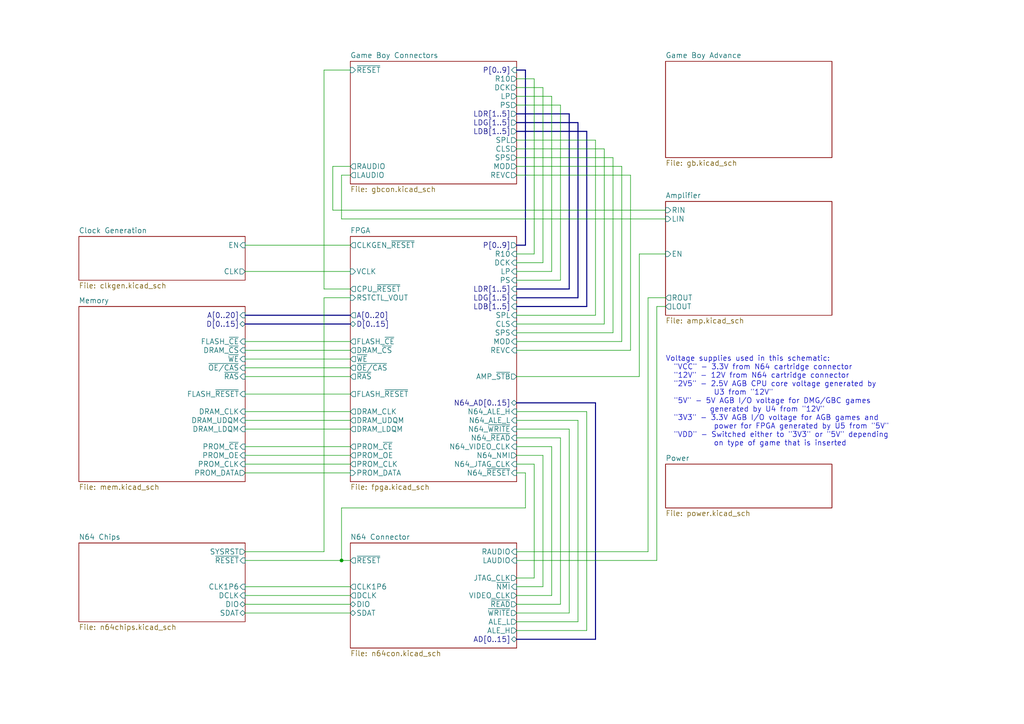
<source format=kicad_sch>
(kicad_sch
	(version 20231120)
	(generator "eeschema")
	(generator_version "8.0")
	(uuid "80794ddc-f379-47ea-813b-e0f722e31531")
	(paper "A4")
	(title_block
		(title "Wide-Boy64 AGB")
		(date "2024-09-22")
		(rev "3")
		(company "CC-BY-SA-4.0 Michael Singer")
		(comment 1 "https://github.com/msinger/wideboy/")
		(comment 2 "http://iceboy.a-singer.de/")
	)
	(lib_symbols)
	(junction
		(at 99.06 162.56)
		(diameter 0)
		(color 0 0 0 0)
		(uuid "8bfc44cb-1a91-47a6-b999-ae0bac6e1f73")
	)
	(wire
		(pts
			(xy 180.34 48.26) (xy 180.34 99.06)
		)
		(stroke
			(width 0)
			(type default)
		)
		(uuid "003a50c4-0c6e-48be-b6a8-8d1c6228eb47")
	)
	(bus
		(pts
			(xy 149.86 185.42) (xy 172.72 185.42)
		)
		(stroke
			(width 0)
			(type default)
		)
		(uuid "02c96fe2-a3c3-4eea-bcce-8c8b26a6f291")
	)
	(wire
		(pts
			(xy 157.48 76.2) (xy 149.86 76.2)
		)
		(stroke
			(width 0)
			(type default)
		)
		(uuid "04f5289c-4e82-4f64-a70c-7869c2b31ea7")
	)
	(bus
		(pts
			(xy 167.64 35.56) (xy 167.64 86.36)
		)
		(stroke
			(width 0)
			(type default)
		)
		(uuid "0625a104-6993-487b-99f9-db3cd1c91c5e")
	)
	(wire
		(pts
			(xy 149.86 22.86) (xy 154.94 22.86)
		)
		(stroke
			(width 0)
			(type default)
		)
		(uuid "0f818953-5494-489b-9f1f-6747bb73a275")
	)
	(wire
		(pts
			(xy 157.48 170.18) (xy 157.48 132.08)
		)
		(stroke
			(width 0)
			(type default)
		)
		(uuid "0fa8c3dc-c039-4f5a-92c4-8bc595bb5eda")
	)
	(bus
		(pts
			(xy 149.86 35.56) (xy 167.64 35.56)
		)
		(stroke
			(width 0)
			(type default)
		)
		(uuid "11356acb-237d-49d6-a668-84a18278a855")
	)
	(wire
		(pts
			(xy 160.02 172.72) (xy 149.86 172.72)
		)
		(stroke
			(width 0)
			(type default)
		)
		(uuid "13015894-e72f-4876-b9d4-32f97449372e")
	)
	(wire
		(pts
			(xy 187.96 86.36) (xy 193.04 86.36)
		)
		(stroke
			(width 0)
			(type default)
		)
		(uuid "16d3165e-6db1-498a-9cfc-d3bcbd5092e4")
	)
	(wire
		(pts
			(xy 71.12 124.46) (xy 101.6 124.46)
		)
		(stroke
			(width 0)
			(type default)
		)
		(uuid "1beda051-59fe-4503-bab8-025f0a15c35a")
	)
	(wire
		(pts
			(xy 101.6 162.56) (xy 99.06 162.56)
		)
		(stroke
			(width 0)
			(type default)
		)
		(uuid "1caec25f-fb88-404b-bfd6-cb46b3f81a8f")
	)
	(wire
		(pts
			(xy 96.52 48.26) (xy 96.52 60.96)
		)
		(stroke
			(width 0)
			(type default)
		)
		(uuid "1dd65ee9-086f-42bc-be70-36b2297b0473")
	)
	(bus
		(pts
			(xy 172.72 116.84) (xy 149.86 116.84)
		)
		(stroke
			(width 0)
			(type default)
		)
		(uuid "2088bd93-8047-43a0-a27d-1b3b667c360b")
	)
	(wire
		(pts
			(xy 167.64 180.34) (xy 167.64 121.92)
		)
		(stroke
			(width 0)
			(type default)
		)
		(uuid "210a61b7-c1b6-4e3d-b314-de5c908b93b0")
	)
	(wire
		(pts
			(xy 172.72 40.64) (xy 172.72 91.44)
		)
		(stroke
			(width 0)
			(type default)
		)
		(uuid "2393105d-9ab4-468e-b43d-931a03dc99de")
	)
	(wire
		(pts
			(xy 149.86 180.34) (xy 167.64 180.34)
		)
		(stroke
			(width 0)
			(type default)
		)
		(uuid "24187b28-5687-47c3-ab91-ba90e7869127")
	)
	(wire
		(pts
			(xy 160.02 129.54) (xy 160.02 172.72)
		)
		(stroke
			(width 0)
			(type default)
		)
		(uuid "27696a7c-3ab7-4cbd-a6db-f637c689564e")
	)
	(wire
		(pts
			(xy 71.12 78.74) (xy 101.6 78.74)
		)
		(stroke
			(width 0)
			(type default)
		)
		(uuid "2a9ba6a4-af84-40f9-a1c2-42c905b93376")
	)
	(wire
		(pts
			(xy 101.6 177.8) (xy 71.12 177.8)
		)
		(stroke
			(width 0)
			(type default)
		)
		(uuid "2bc3c8ec-2abd-4c25-979d-8ccb41ce9dc5")
	)
	(wire
		(pts
			(xy 71.12 170.18) (xy 101.6 170.18)
		)
		(stroke
			(width 0)
			(type default)
		)
		(uuid "2c6c3288-99bf-429e-91b2-59d1a9a8b920")
	)
	(wire
		(pts
			(xy 152.4 137.16) (xy 152.4 147.32)
		)
		(stroke
			(width 0)
			(type default)
		)
		(uuid "2e1a7dfd-b5f8-4203-94f5-e235571f2397")
	)
	(wire
		(pts
			(xy 99.06 147.32) (xy 99.06 162.56)
		)
		(stroke
			(width 0)
			(type default)
		)
		(uuid "2ff5a6fb-65c3-48f5-a680-c00a5471c695")
	)
	(wire
		(pts
			(xy 149.86 50.8) (xy 182.88 50.8)
		)
		(stroke
			(width 0)
			(type default)
		)
		(uuid "302530ce-684b-462b-8c0a-e2cc13bfda02")
	)
	(wire
		(pts
			(xy 93.98 86.36) (xy 101.6 86.36)
		)
		(stroke
			(width 0)
			(type default)
		)
		(uuid "3382da78-5022-4bb2-b490-006c0dfe73f3")
	)
	(wire
		(pts
			(xy 93.98 160.02) (xy 93.98 86.36)
		)
		(stroke
			(width 0)
			(type default)
		)
		(uuid "38883d80-3e7a-4e6f-a2e2-27fb11278dd9")
	)
	(bus
		(pts
			(xy 167.64 86.36) (xy 149.86 86.36)
		)
		(stroke
			(width 0)
			(type default)
		)
		(uuid "392a7b5e-33fd-42fb-96ee-0beaf083312f")
	)
	(wire
		(pts
			(xy 149.86 129.54) (xy 160.02 129.54)
		)
		(stroke
			(width 0)
			(type default)
		)
		(uuid "3b4caa21-8dba-454f-a650-a399c0fb5349")
	)
	(wire
		(pts
			(xy 185.42 109.22) (xy 185.42 73.66)
		)
		(stroke
			(width 0)
			(type default)
		)
		(uuid "3c8e72e9-10d0-4c18-9434-f8d40e9e5ede")
	)
	(wire
		(pts
			(xy 162.56 81.28) (xy 149.86 81.28)
		)
		(stroke
			(width 0)
			(type default)
		)
		(uuid "3cfb6fcc-06c9-470f-8e25-25cf3d2c09b9")
	)
	(wire
		(pts
			(xy 101.6 71.12) (xy 71.12 71.12)
		)
		(stroke
			(width 0)
			(type default)
		)
		(uuid "3f0fd3e9-18d1-414d-8ca4-6bd263a497fb")
	)
	(wire
		(pts
			(xy 101.6 129.54) (xy 71.12 129.54)
		)
		(stroke
			(width 0)
			(type default)
		)
		(uuid "41b17647-6000-4a59-8d6c-dea37e646f05")
	)
	(wire
		(pts
			(xy 149.86 45.72) (xy 177.8 45.72)
		)
		(stroke
			(width 0)
			(type default)
		)
		(uuid "4777a87d-e214-41ab-99f8-4e19e2479318")
	)
	(wire
		(pts
			(xy 165.1 124.46) (xy 165.1 177.8)
		)
		(stroke
			(width 0)
			(type default)
		)
		(uuid "47ffdeff-2980-4fe1-bb0c-22ded33e4468")
	)
	(wire
		(pts
			(xy 170.18 119.38) (xy 170.18 182.88)
		)
		(stroke
			(width 0)
			(type default)
		)
		(uuid "4833808e-a3ca-4302-aac6-359cd419567d")
	)
	(wire
		(pts
			(xy 177.8 96.52) (xy 149.86 96.52)
		)
		(stroke
			(width 0)
			(type default)
		)
		(uuid "48b1280d-e24a-4d45-805e-93c79d378023")
	)
	(wire
		(pts
			(xy 149.86 134.62) (xy 154.94 134.62)
		)
		(stroke
			(width 0)
			(type default)
		)
		(uuid "4953b8f9-507b-4fe1-a208-81bb89ab64cb")
	)
	(wire
		(pts
			(xy 149.86 137.16) (xy 152.4 137.16)
		)
		(stroke
			(width 0)
			(type default)
		)
		(uuid "4a6bec6d-cee7-40e3-b2a5-dc70b232c8a6")
	)
	(wire
		(pts
			(xy 101.6 172.72) (xy 71.12 172.72)
		)
		(stroke
			(width 0)
			(type default)
		)
		(uuid "4ac294dd-0213-4961-9418-4fa571139edc")
	)
	(wire
		(pts
			(xy 149.86 124.46) (xy 165.1 124.46)
		)
		(stroke
			(width 0)
			(type default)
		)
		(uuid "4dffc47b-8105-4f3e-a3ac-f2c5373a339b")
	)
	(bus
		(pts
			(xy 152.4 20.32) (xy 152.4 71.12)
		)
		(stroke
			(width 0)
			(type default)
		)
		(uuid "4f4544a9-1aa3-48d2-80a0-091ec1be2cc4")
	)
	(wire
		(pts
			(xy 157.48 25.4) (xy 157.48 76.2)
		)
		(stroke
			(width 0)
			(type default)
		)
		(uuid "5280c6cd-112f-4055-9008-7749df1bcd2c")
	)
	(wire
		(pts
			(xy 96.52 60.96) (xy 193.04 60.96)
		)
		(stroke
			(width 0)
			(type default)
		)
		(uuid "5384e6a8-100e-479c-b296-c883a56ad593")
	)
	(wire
		(pts
			(xy 149.86 43.18) (xy 175.26 43.18)
		)
		(stroke
			(width 0)
			(type default)
		)
		(uuid "5573d0aa-2393-412e-a08a-0c7b25b39ac1")
	)
	(wire
		(pts
			(xy 149.86 170.18) (xy 157.48 170.18)
		)
		(stroke
			(width 0)
			(type default)
		)
		(uuid "58d3fcef-6e49-45e0-924f-f70aef9d4702")
	)
	(wire
		(pts
			(xy 187.96 160.02) (xy 187.96 86.36)
		)
		(stroke
			(width 0)
			(type default)
		)
		(uuid "5cdb438b-8340-4b2c-9c2e-70e3323b2408")
	)
	(wire
		(pts
			(xy 101.6 114.3) (xy 71.12 114.3)
		)
		(stroke
			(width 0)
			(type default)
		)
		(uuid "5ff42c9e-d0d9-4606-8d65-620e70a571c0")
	)
	(wire
		(pts
			(xy 71.12 132.08) (xy 101.6 132.08)
		)
		(stroke
			(width 0)
			(type default)
		)
		(uuid "60d2957b-92d0-4bae-8303-3ed67ef6fb21")
	)
	(wire
		(pts
			(xy 157.48 132.08) (xy 149.86 132.08)
		)
		(stroke
			(width 0)
			(type default)
		)
		(uuid "62841f54-8b43-470b-8960-9d1cf338b5cc")
	)
	(wire
		(pts
			(xy 99.06 50.8) (xy 99.06 63.5)
		)
		(stroke
			(width 0)
			(type default)
		)
		(uuid "630c4504-9d81-435b-8046-0ba7f876eaac")
	)
	(wire
		(pts
			(xy 101.6 20.32) (xy 93.98 20.32)
		)
		(stroke
			(width 0)
			(type default)
		)
		(uuid "642aded1-f44b-48fa-ac3c-f140feab6461")
	)
	(wire
		(pts
			(xy 175.26 43.18) (xy 175.26 93.98)
		)
		(stroke
			(width 0)
			(type default)
		)
		(uuid "65c071ea-bcba-462b-80dc-91ffe9adb854")
	)
	(wire
		(pts
			(xy 149.86 119.38) (xy 170.18 119.38)
		)
		(stroke
			(width 0)
			(type default)
		)
		(uuid "67fdcf82-4b73-482c-80f3-b615429c8bcd")
	)
	(wire
		(pts
			(xy 149.86 27.94) (xy 160.02 27.94)
		)
		(stroke
			(width 0)
			(type default)
		)
		(uuid "69add920-fa70-4026-b534-e92671813e33")
	)
	(bus
		(pts
			(xy 170.18 88.9) (xy 149.86 88.9)
		)
		(stroke
			(width 0)
			(type default)
		)
		(uuid "6cbbba99-61fc-4fb2-a7cd-2bcbf8dc6101")
	)
	(wire
		(pts
			(xy 154.94 134.62) (xy 154.94 167.64)
		)
		(stroke
			(width 0)
			(type default)
		)
		(uuid "6f000758-0c5e-40da-bafc-afa7b1682115")
	)
	(wire
		(pts
			(xy 71.12 160.02) (xy 93.98 160.02)
		)
		(stroke
			(width 0)
			(type default)
		)
		(uuid "7242b2f8-a925-41e0-acb3-59a9fda5a863")
	)
	(bus
		(pts
			(xy 149.86 20.32) (xy 152.4 20.32)
		)
		(stroke
			(width 0)
			(type default)
		)
		(uuid "76a3448e-23be-4ded-a673-303f670171c2")
	)
	(wire
		(pts
			(xy 162.56 127) (xy 149.86 127)
		)
		(stroke
			(width 0)
			(type default)
		)
		(uuid "76cf56a3-b846-4af6-8659-fe79af589150")
	)
	(bus
		(pts
			(xy 172.72 185.42) (xy 172.72 116.84)
		)
		(stroke
			(width 0)
			(type default)
		)
		(uuid "7873062c-8f88-49a0-8b40-93b7824179de")
	)
	(wire
		(pts
			(xy 99.06 162.56) (xy 71.12 162.56)
		)
		(stroke
			(width 0)
			(type default)
		)
		(uuid "7bfb496e-2b2d-4315-aadd-a55ba9f3c545")
	)
	(wire
		(pts
			(xy 101.6 121.92) (xy 71.12 121.92)
		)
		(stroke
			(width 0)
			(type default)
		)
		(uuid "819d0b8c-0323-4495-991b-57343c190839")
	)
	(wire
		(pts
			(xy 160.02 78.74) (xy 149.86 78.74)
		)
		(stroke
			(width 0)
			(type default)
		)
		(uuid "83c7e1ab-48ae-4ff8-b52f-dd36b96b8394")
	)
	(wire
		(pts
			(xy 160.02 27.94) (xy 160.02 78.74)
		)
		(stroke
			(width 0)
			(type default)
		)
		(uuid "8adab8df-85c1-4d28-b4ed-8d6eb0359393")
	)
	(wire
		(pts
			(xy 149.86 109.22) (xy 185.42 109.22)
		)
		(stroke
			(width 0)
			(type default)
		)
		(uuid "913edca9-88b5-495b-9326-6949b73b53fe")
	)
	(wire
		(pts
			(xy 149.86 160.02) (xy 187.96 160.02)
		)
		(stroke
			(width 0)
			(type default)
		)
		(uuid "918fee85-3a5e-4045-8d48-1ebcde4c6d5b")
	)
	(wire
		(pts
			(xy 101.6 50.8) (xy 99.06 50.8)
		)
		(stroke
			(width 0)
			(type default)
		)
		(uuid "919860e1-f585-449b-add7-14692f8757a3")
	)
	(bus
		(pts
			(xy 165.1 83.82) (xy 149.86 83.82)
		)
		(stroke
			(width 0)
			(type default)
		)
		(uuid "92e24115-0646-44b9-9df8-6bb052c929ea")
	)
	(wire
		(pts
			(xy 193.04 88.9) (xy 190.5 88.9)
		)
		(stroke
			(width 0)
			(type default)
		)
		(uuid "9af6b326-c403-4777-8068-d430810e3add")
	)
	(wire
		(pts
			(xy 101.6 106.68) (xy 71.12 106.68)
		)
		(stroke
			(width 0)
			(type default)
		)
		(uuid "a286a64b-37a8-4392-ad77-f9fdcdd128c0")
	)
	(wire
		(pts
			(xy 185.42 73.66) (xy 193.04 73.66)
		)
		(stroke
			(width 0)
			(type default)
		)
		(uuid "a301d073-97a7-431c-a94a-ddf36febcd57")
	)
	(wire
		(pts
			(xy 93.98 20.32) (xy 93.98 83.82)
		)
		(stroke
			(width 0)
			(type default)
		)
		(uuid "a4317f01-cf2e-4a5b-ba22-20d14ac1e6c6")
	)
	(wire
		(pts
			(xy 101.6 134.62) (xy 71.12 134.62)
		)
		(stroke
			(width 0)
			(type default)
		)
		(uuid "a99b96fd-1753-4ce8-9cb8-99d203c0c55c")
	)
	(bus
		(pts
			(xy 101.6 91.44) (xy 71.12 91.44)
		)
		(stroke
			(width 0)
			(type default)
		)
		(uuid "b17e57f5-9546-4871-b45b-4dbc8c4541b6")
	)
	(wire
		(pts
			(xy 71.12 99.06) (xy 101.6 99.06)
		)
		(stroke
			(width 0)
			(type default)
		)
		(uuid "b4c6c8af-9221-448a-9727-08d41255e41b")
	)
	(wire
		(pts
			(xy 175.26 93.98) (xy 149.86 93.98)
		)
		(stroke
			(width 0)
			(type default)
		)
		(uuid "b51c4a36-2498-4b2c-9792-4cf77000bf84")
	)
	(wire
		(pts
			(xy 154.94 22.86) (xy 154.94 73.66)
		)
		(stroke
			(width 0)
			(type default)
		)
		(uuid "b80e35dd-7f03-4299-b748-9a0cfbfa3948")
	)
	(wire
		(pts
			(xy 71.12 104.14) (xy 101.6 104.14)
		)
		(stroke
			(width 0)
			(type default)
		)
		(uuid "ba7ecaa1-7ac4-42ad-9aac-6fa41aadccd5")
	)
	(wire
		(pts
			(xy 101.6 101.6) (xy 71.12 101.6)
		)
		(stroke
			(width 0)
			(type default)
		)
		(uuid "bb723eff-4a52-4d76-b285-1a621650a1d0")
	)
	(wire
		(pts
			(xy 190.5 88.9) (xy 190.5 162.56)
		)
		(stroke
			(width 0)
			(type default)
		)
		(uuid "bbfa3e8a-b664-4a1e-83ea-6697e28d8d00")
	)
	(wire
		(pts
			(xy 182.88 101.6) (xy 149.86 101.6)
		)
		(stroke
			(width 0)
			(type default)
		)
		(uuid "c118f3d5-6391-4df9-8859-fe7101618d94")
	)
	(wire
		(pts
			(xy 154.94 73.66) (xy 149.86 73.66)
		)
		(stroke
			(width 0)
			(type default)
		)
		(uuid "c7695416-3bd8-4420-8a91-0e102ac204f4")
	)
	(wire
		(pts
			(xy 190.5 162.56) (xy 149.86 162.56)
		)
		(stroke
			(width 0)
			(type default)
		)
		(uuid "cf1d68d2-e27e-45d0-91dd-a0ff18c87a0e")
	)
	(wire
		(pts
			(xy 177.8 45.72) (xy 177.8 96.52)
		)
		(stroke
			(width 0)
			(type default)
		)
		(uuid "cf7f78b5-5491-4003-8c2e-e78996c01ffe")
	)
	(bus
		(pts
			(xy 149.86 33.02) (xy 165.1 33.02)
		)
		(stroke
			(width 0)
			(type default)
		)
		(uuid "cfec6fa2-4a44-48a9-8b17-4dcff8b22a13")
	)
	(wire
		(pts
			(xy 167.64 121.92) (xy 149.86 121.92)
		)
		(stroke
			(width 0)
			(type default)
		)
		(uuid "d11e2287-a7bb-499c-b179-f58904d9bdd1")
	)
	(wire
		(pts
			(xy 99.06 63.5) (xy 193.04 63.5)
		)
		(stroke
			(width 0)
			(type default)
		)
		(uuid "d1a69fd3-88b2-4eaf-ba44-3661f37d0d00")
	)
	(wire
		(pts
			(xy 170.18 182.88) (xy 149.86 182.88)
		)
		(stroke
			(width 0)
			(type default)
		)
		(uuid "d2db86c8-b151-4f14-8e12-d8cec2b83e56")
	)
	(wire
		(pts
			(xy 93.98 83.82) (xy 101.6 83.82)
		)
		(stroke
			(width 0)
			(type default)
		)
		(uuid "d3d4a4de-299d-4128-91d6-cc6dea551dd4")
	)
	(wire
		(pts
			(xy 71.12 109.22) (xy 101.6 109.22)
		)
		(stroke
			(width 0)
			(type default)
		)
		(uuid "d45c7500-e857-4bf4-9acd-5fe3476bc219")
	)
	(bus
		(pts
			(xy 71.12 93.98) (xy 101.6 93.98)
		)
		(stroke
			(width 0)
			(type default)
		)
		(uuid "d81555ad-2281-4522-bfc4-90c3648bcfaa")
	)
	(wire
		(pts
			(xy 162.56 175.26) (xy 162.56 127)
		)
		(stroke
			(width 0)
			(type default)
		)
		(uuid "d8893ae4-9a7c-402d-bc30-a7f4089cbd89")
	)
	(wire
		(pts
			(xy 154.94 167.64) (xy 149.86 167.64)
		)
		(stroke
			(width 0)
			(type default)
		)
		(uuid "e0297c12-9953-4966-ad8b-785645146a22")
	)
	(wire
		(pts
			(xy 165.1 177.8) (xy 149.86 177.8)
		)
		(stroke
			(width 0)
			(type default)
		)
		(uuid "e2a333ae-3959-467c-a264-0ae884eaadc9")
	)
	(wire
		(pts
			(xy 71.12 137.16) (xy 101.6 137.16)
		)
		(stroke
			(width 0)
			(type default)
		)
		(uuid "e326b12e-aa76-44cf-9b4b-d3f707972b8b")
	)
	(wire
		(pts
			(xy 101.6 48.26) (xy 96.52 48.26)
		)
		(stroke
			(width 0)
			(type default)
		)
		(uuid "e4d7d01c-80b2-4e39-980e-23800802e87b")
	)
	(wire
		(pts
			(xy 149.86 25.4) (xy 157.48 25.4)
		)
		(stroke
			(width 0)
			(type default)
		)
		(uuid "e6763d63-058e-4cda-a58e-6b31f77290a8")
	)
	(bus
		(pts
			(xy 152.4 71.12) (xy 149.86 71.12)
		)
		(stroke
			(width 0)
			(type default)
		)
		(uuid "e6dcb530-26e1-4c93-8e6a-6440bac8ec8a")
	)
	(wire
		(pts
			(xy 149.86 175.26) (xy 162.56 175.26)
		)
		(stroke
			(width 0)
			(type default)
		)
		(uuid "e788d7a5-8484-411c-b605-bcf4ef8e8f43")
	)
	(bus
		(pts
			(xy 149.86 38.1) (xy 170.18 38.1)
		)
		(stroke
			(width 0)
			(type default)
		)
		(uuid "eae3a3ab-cb65-435f-806d-23fcd592cae2")
	)
	(wire
		(pts
			(xy 71.12 119.38) (xy 101.6 119.38)
		)
		(stroke
			(width 0)
			(type default)
		)
		(uuid "ec36fecb-6ab2-4724-8072-de9c1da6058f")
	)
	(wire
		(pts
			(xy 182.88 50.8) (xy 182.88 101.6)
		)
		(stroke
			(width 0)
			(type default)
		)
		(uuid "ec3aeb4c-537b-4ccf-adfe-f00d57a277b5")
	)
	(wire
		(pts
			(xy 162.56 30.48) (xy 162.56 81.28)
		)
		(stroke
			(width 0)
			(type default)
		)
		(uuid "ee6fdeb5-e490-440b-a482-76b4bb2bf9a2")
	)
	(wire
		(pts
			(xy 149.86 30.48) (xy 162.56 30.48)
		)
		(stroke
			(width 0)
			(type default)
		)
		(uuid "efea7f31-83ed-43d0-ab7c-144e823fb3e5")
	)
	(wire
		(pts
			(xy 71.12 175.26) (xy 101.6 175.26)
		)
		(stroke
			(width 0)
			(type default)
		)
		(uuid "f0be9ce8-ca9f-4c76-82f6-6eb29f995f00")
	)
	(wire
		(pts
			(xy 172.72 91.44) (xy 149.86 91.44)
		)
		(stroke
			(width 0)
			(type default)
		)
		(uuid "f0c5b89c-fbcb-48f1-92ef-931afea21c95")
	)
	(wire
		(pts
			(xy 152.4 147.32) (xy 99.06 147.32)
		)
		(stroke
			(width 0)
			(type default)
		)
		(uuid "f3c86f96-6581-4d04-b12a-4fca1d9d0213")
	)
	(wire
		(pts
			(xy 149.86 48.26) (xy 180.34 48.26)
		)
		(stroke
			(width 0)
			(type default)
		)
		(uuid "f60f93fa-b4e9-4a93-8e2b-38483e4c6707")
	)
	(bus
		(pts
			(xy 170.18 38.1) (xy 170.18 88.9)
		)
		(stroke
			(width 0)
			(type default)
		)
		(uuid "fabe8164-b1cb-427b-baf8-e57538efd77f")
	)
	(bus
		(pts
			(xy 165.1 33.02) (xy 165.1 83.82)
		)
		(stroke
			(width 0)
			(type default)
		)
		(uuid "fbd1dc6d-f2ad-4d5a-8b85-d2e434254dcc")
	)
	(wire
		(pts
			(xy 180.34 99.06) (xy 149.86 99.06)
		)
		(stroke
			(width 0)
			(type default)
		)
		(uuid "fc9675ec-9030-4703-b7cc-4c936df2ebed")
	)
	(wire
		(pts
			(xy 149.86 40.64) (xy 172.72 40.64)
		)
		(stroke
			(width 0)
			(type default)
		)
		(uuid "ffb01654-32a7-4492-ae66-d086a7f6edf6")
	)
	(text "Voltage supplies used in this schematic:\n  \"VCC\" - 3.3V from N64 cartridge connector\n  \"12V\" - 12V from N64 cartridge connector\n  \"2V5\" - 2.5V AGB CPU core voltage generated by\n            U3 from \"12V\"\n  \"5V\" - 5V AGB I/O voltage for DMG/GBC games\n           generated by U4 from \"12V\"\n  \"3V3\" - 3.3V AGB I/O voltage for AGB games and\n            power for FPGA generated by U5 from \"5V\"\n  \"VDD\" - Switched either to \"3V3\" or \"5V\" depending\n            on type of game that is inserted"
		(exclude_from_sim no)
		(at 193.04 129.54 0)
		(effects
			(font
				(size 1.524 1.524)
			)
			(justify left bottom)
		)
		(uuid "d25f1f5c-3049-471a-a90b-5271eb6bfb40")
	)
	(sheet
		(at 193.04 58.42)
		(size 48.26 33.02)
		(fields_autoplaced yes)
		(stroke
			(width 0)
			(type solid)
		)
		(fill
			(color 0 0 0 0.0000)
		)
		(uuid "00000000-0000-0000-0000-000060d3795d")
		(property "Sheetname" "Amplifier"
			(at 193.04 57.5814 0)
			(effects
				(font
					(size 1.524 1.524)
				)
				(justify left bottom)
			)
		)
		(property "Sheetfile" "amp.kicad_sch"
			(at 193.04 92.1262 0)
			(effects
				(font
					(size 1.524 1.524)
				)
				(justify left top)
			)
		)
		(pin "RIN" input
			(at 193.04 60.96 180)
			(effects
				(font
					(size 1.524 1.524)
				)
				(justify left)
			)
			(uuid "324c6da3-71b4-465d-a53a-1c9c7471cfa2")
		)
		(pin "LIN" input
			(at 193.04 63.5 180)
			(effects
				(font
					(size 1.524 1.524)
				)
				(justify left)
			)
			(uuid "d1efcd2f-17ec-47f3-a810-77850583bd88")
		)
		(pin "EN" input
			(at 193.04 73.66 180)
			(effects
				(font
					(size 1.524 1.524)
				)
				(justify left)
			)
			(uuid "b59ffecf-831d-40e8-a2b6-217e95fe9940")
		)
		(pin "ROUT" output
			(at 193.04 86.36 180)
			(effects
				(font
					(size 1.524 1.524)
				)
				(justify left)
			)
			(uuid "c0efc860-735e-43c7-94b3-4a5b50bae99e")
		)
		(pin "LOUT" output
			(at 193.04 88.9 180)
			(effects
				(font
					(size 1.524 1.524)
				)
				(justify left)
			)
			(uuid "a81db42a-a5eb-4c04-9a53-232653e1dd5a")
		)
		(instances
			(project "wideboy"
				(path "/80794ddc-f379-47ea-813b-e0f722e31531"
					(page "2")
				)
			)
		)
	)
	(sheet
		(at 22.86 68.58)
		(size 48.26 12.7)
		(fields_autoplaced yes)
		(stroke
			(width 0)
			(type solid)
		)
		(fill
			(color 0 0 0 0.0000)
		)
		(uuid "00000000-0000-0000-0000-000060d4bf3a")
		(property "Sheetname" "Clock Generation"
			(at 22.86 67.7414 0)
			(effects
				(font
					(size 1.524 1.524)
				)
				(justify left bottom)
			)
		)
		(property "Sheetfile" "clkgen.kicad_sch"
			(at 22.86 81.9662 0)
			(effects
				(font
					(size 1.524 1.524)
				)
				(justify left top)
			)
		)
		(pin "EN" input
			(at 71.12 71.12 0)
			(effects
				(font
					(size 1.524 1.524)
				)
				(justify right)
			)
			(uuid "1e46b21c-c124-4601-b64c-c206cfe02cf8")
		)
		(pin "CLK" output
			(at 71.12 78.74 0)
			(effects
				(font
					(size 1.524 1.524)
				)
				(justify right)
			)
			(uuid "2adaf7e1-6635-44ef-82d0-9f169f7ce9cc")
		)
		(instances
			(project "wideboy"
				(path "/80794ddc-f379-47ea-813b-e0f722e31531"
					(page "3")
				)
			)
		)
	)
	(sheet
		(at 193.04 134.62)
		(size 48.26 12.7)
		(fields_autoplaced yes)
		(stroke
			(width 0)
			(type solid)
		)
		(fill
			(color 0 0 0 0.0000)
		)
		(uuid "00000000-0000-0000-0000-000060e62721")
		(property "Sheetname" "Power"
			(at 193.04 133.7814 0)
			(effects
				(font
					(size 1.524 1.524)
				)
				(justify left bottom)
			)
		)
		(property "Sheetfile" "power.kicad_sch"
			(at 193.04 148.0062 0)
			(effects
				(font
					(size 1.524 1.524)
				)
				(justify left top)
			)
		)
		(instances
			(project "wideboy"
				(path "/80794ddc-f379-47ea-813b-e0f722e31531"
					(page "4")
				)
			)
		)
	)
	(sheet
		(at 101.6 157.48)
		(size 48.26 30.48)
		(fields_autoplaced yes)
		(stroke
			(width 0)
			(type solid)
		)
		(fill
			(color 0 0 0 0.0000)
		)
		(uuid "00000000-0000-0000-0000-000060e740c9")
		(property "Sheetname" "N64 Connector"
			(at 101.6 156.6414 0)
			(effects
				(font
					(size 1.524 1.524)
				)
				(justify left bottom)
			)
		)
		(property "Sheetfile" "n64con.kicad_sch"
			(at 101.6 188.6462 0)
			(effects
				(font
					(size 1.524 1.524)
				)
				(justify left top)
			)
		)
		(pin "AD[0..15]" bidirectional
			(at 149.86 185.42 0)
			(effects
				(font
					(size 1.524 1.524)
				)
				(justify right)
			)
			(uuid "e1827fa4-d7c2-4ce5-a492-1db6405e6933")
		)
		(pin "ALE_H" output
			(at 149.86 182.88 0)
			(effects
				(font
					(size 1.524 1.524)
				)
				(justify right)
			)
			(uuid "23e2d344-52d5-4633-a795-e86b764f6f3c")
		)
		(pin "RAUDIO" input
			(at 149.86 160.02 0)
			(effects
				(font
					(size 1.524 1.524)
				)
				(justify right)
			)
			(uuid "89864bf6-7711-4dfc-8724-d21747f42a4f")
		)
		(pin "VIDEO_CLK" output
			(at 149.86 172.72 0)
			(effects
				(font
					(size 1.524 1.524)
				)
				(justify right)
			)
			(uuid "bcf15c3e-6587-4459-99ba-8a575f8adf17")
		)
		(pin "~{NMI}" input
			(at 149.86 170.18 0)
			(effects
				(font
					(size 1.524 1.524)
				)
				(justify right)
			)
			(uuid "ae14ba8e-0a0f-4c4d-9efe-ef608d586df3")
		)
		(pin "JTAG_CLK" output
			(at 149.86 167.64 0)
			(effects
				(font
					(size 1.524 1.524)
				)
				(justify right)
			)
			(uuid "cc34cf8d-003b-4812-9026-c6b7477c0b56")
		)
		(pin "LAUDIO" input
			(at 149.86 162.56 0)
			(effects
				(font
					(size 1.524 1.524)
				)
				(justify right)
			)
			(uuid "39ee4495-861e-4c0c-983f-d3fe2592fb9d")
		)
		(pin "~{RESET}" output
			(at 101.6 162.56 180)
			(effects
				(font
					(size 1.524 1.524)
				)
				(justify left)
			)
			(uuid "8f86e3cb-23d9-43b0-80cd-ca427c6ee19d")
		)
		(pin "~{READ}" output
			(at 149.86 175.26 0)
			(effects
				(font
					(size 1.524 1.524)
				)
				(justify right)
			)
			(uuid "abbb434c-8ffa-4b4e-878b-820873aa5cdb")
		)
		(pin "~{WRITE}" output
			(at 149.86 177.8 0)
			(effects
				(font
					(size 1.524 1.524)
				)
				(justify right)
			)
			(uuid "5c908a00-26b2-47ce-907e-8195a5fe8757")
		)
		(pin "ALE_L" output
			(at 149.86 180.34 0)
			(effects
				(font
					(size 1.524 1.524)
				)
				(justify right)
			)
			(uuid "cea05d39-d8d9-4c0a-8c4c-238c000b7d64")
		)
		(pin "DCLK" output
			(at 101.6 172.72 180)
			(effects
				(font
					(size 1.524 1.524)
				)
				(justify left)
			)
			(uuid "dd613dd0-6ea8-4265-9e40-9188aabfbf0c")
		)
		(pin "DIO" bidirectional
			(at 101.6 175.26 180)
			(effects
				(font
					(size 1.524 1.524)
				)
				(justify left)
			)
			(uuid "d3591724-f45a-4d43-96f3-f013886ffe68")
		)
		(pin "SDAT" bidirectional
			(at 101.6 177.8 180)
			(effects
				(font
					(size 1.524 1.524)
				)
				(justify left)
			)
			(uuid "24848f95-af20-41de-8b18-872a44b0e577")
		)
		(pin "CLK1P6" output
			(at 101.6 170.18 180)
			(effects
				(font
					(size 1.524 1.524)
				)
				(justify left)
			)
			(uuid "d43d0fd5-2880-4b3b-8e04-198b875f5401")
		)
		(instances
			(project "wideboy"
				(path "/80794ddc-f379-47ea-813b-e0f722e31531"
					(page "5")
				)
			)
		)
	)
	(sheet
		(at 22.86 157.48)
		(size 48.26 22.86)
		(fields_autoplaced yes)
		(stroke
			(width 0)
			(type solid)
		)
		(fill
			(color 0 0 0 0.0000)
		)
		(uuid "00000000-0000-0000-0000-000060e8e233")
		(property "Sheetname" "N64 Chips"
			(at 22.86 156.6414 0)
			(effects
				(font
					(size 1.524 1.524)
				)
				(justify left bottom)
			)
		)
		(property "Sheetfile" "n64chips.kicad_sch"
			(at 22.86 181.0262 0)
			(effects
				(font
					(size 1.524 1.524)
				)
				(justify left top)
			)
		)
		(pin "~{RESET}" input
			(at 71.12 162.56 0)
			(effects
				(font
					(size 1.524 1.524)
				)
				(justify right)
			)
			(uuid "cc2e97f4-4e4b-4959-94f2-8109ede34b96")
		)
		(pin "CLK1P6" input
			(at 71.12 170.18 0)
			(effects
				(font
					(size 1.524 1.524)
				)
				(justify right)
			)
			(uuid "7de1236c-345a-46a7-af43-03f18672c455")
		)
		(pin "SDAT" bidirectional
			(at 71.12 177.8 0)
			(effects
				(font
					(size 1.524 1.524)
				)
				(justify right)
			)
			(uuid "071471c7-c2a5-4c87-8f4b-aeb2b13ef835")
		)
		(pin "DCLK" input
			(at 71.12 172.72 0)
			(effects
				(font
					(size 1.524 1.524)
				)
				(justify right)
			)
			(uuid "04f113bc-d977-4596-8319-869a198fd231")
		)
		(pin "DIO" bidirectional
			(at 71.12 175.26 0)
			(effects
				(font
					(size 1.524 1.524)
				)
				(justify right)
			)
			(uuid "481e8388-b12e-4da9-8656-fabbc334be81")
		)
		(pin "SYSRST" output
			(at 71.12 160.02 0)
			(effects
				(font
					(size 1.524 1.524)
				)
				(justify right)
			)
			(uuid "1ed6ff2a-1365-42cb-b8d7-41d89adbf7ba")
		)
		(instances
			(project "wideboy"
				(path "/80794ddc-f379-47ea-813b-e0f722e31531"
					(page "6")
				)
			)
		)
	)
	(sheet
		(at 101.6 68.58)
		(size 48.26 71.12)
		(fields_autoplaced yes)
		(stroke
			(width 0)
			(type solid)
		)
		(fill
			(color 0 0 0 0.0000)
		)
		(uuid "00000000-0000-0000-0000-000060ecd75e")
		(property "Sheetname" "FPGA"
			(at 101.6 67.7414 0)
			(effects
				(font
					(size 1.524 1.524)
				)
				(justify left bottom)
			)
		)
		(property "Sheetfile" "fpga.kicad_sch"
			(at 101.6 140.3862 0)
			(effects
				(font
					(size 1.524 1.524)
				)
				(justify left top)
			)
		)
		(pin "PROM_CLK" output
			(at 101.6 134.62 180)
			(effects
				(font
					(size 1.524 1.524)
				)
				(justify left)
			)
			(uuid "8517cb6e-b948-4eb6-8ea3-a1a3449313d7")
		)
		(pin "FLASH_~{RESET}" output
			(at 101.6 114.3 180)
			(effects
				(font
					(size 1.524 1.524)
				)
				(justify left)
			)
			(uuid "4ccaa4b2-345b-4b45-ab0d-2aa7b4080fd6")
		)
		(pin "CLKGEN_~{RESET}" output
			(at 101.6 71.12 180)
			(effects
				(font
					(size 1.524 1.524)
				)
				(justify left)
			)
			(uuid "7f3476d2-c692-478f-8160-4e35ca33ac38")
		)
		(pin "N64_~{WRITE}" input
			(at 149.86 124.46 0)
			(effects
				(font
					(size 1.524 1.524)
				)
				(justify right)
			)
			(uuid "973d9594-297d-4612-9292-97f975c3fb4b")
		)
		(pin "A[0..20]" output
			(at 101.6 91.44 180)
			(effects
				(font
					(size 1.524 1.524)
				)
				(justify left)
			)
			(uuid "3e91fe66-24c1-4c9a-8689-2ab1617f803d")
		)
		(pin "FLASH_~{CE}" output
			(at 101.6 99.06 180)
			(effects
				(font
					(size 1.524 1.524)
				)
				(justify left)
			)
			(uuid "9f6e5dda-bf62-468c-b43e-a19959167f61")
		)
		(pin "~{OE/CAS}" output
			(at 101.6 106.68 180)
			(effects
				(font
					(size 1.524 1.524)
				)
				(justify left)
			)
			(uuid "6f064379-a40a-4d93-99f7-2d69b556476d")
		)
		(pin "~{WE}" output
			(at 101.6 104.14 180)
			(effects
				(font
					(size 1.524 1.524)
				)
				(justify left)
			)
			(uuid "e2158f82-a29e-4463-af1d-06127d25f5b2")
		)
		(pin "DRAM_~{CS}" output
			(at 101.6 101.6 180)
			(effects
				(font
					(size 1.524 1.524)
				)
				(justify left)
			)
			(uuid "8274b200-ea16-4d31-83ef-5ce6d503b27c")
		)
		(pin "PROM_~{CE}" output
			(at 101.6 129.54 180)
			(effects
				(font
					(size 1.524 1.524)
				)
				(justify left)
			)
			(uuid "ba58240f-92be-426e-a534-e65b6f27e73d")
		)
		(pin "PROM_OE" output
			(at 101.6 132.08 180)
			(effects
				(font
					(size 1.524 1.524)
				)
				(justify left)
			)
			(uuid "dc37a851-a4d1-41f3-81bf-744966c1df78")
		)
		(pin "AMP_~{STB}" output
			(at 149.86 109.22 0)
			(effects
				(font
					(size 1.524 1.524)
				)
				(justify right)
			)
			(uuid "0f1799ce-2d32-4705-8368-4c86682b57c7")
		)
		(pin "VCLK" input
			(at 101.6 78.74 180)
			(effects
				(font
					(size 1.524 1.524)
				)
				(justify left)
			)
			(uuid "a9f4b689-0dc2-497b-8eab-8ba656410a4d")
		)
		(pin "P[0..9]" output
			(at 149.86 71.12 0)
			(effects
				(font
					(size 1.524 1.524)
				)
				(justify right)
			)
			(uuid "b3bad6fe-75f9-4483-8656-1d737e94008c")
		)
		(pin "R10" input
			(at 149.86 73.66 0)
			(effects
				(font
					(size 1.524 1.524)
				)
				(justify right)
			)
			(uuid "573b8877-2ae1-4844-ab47-1665f509a419")
		)
		(pin "REVC" input
			(at 149.86 101.6 0)
			(effects
				(font
					(size 1.524 1.524)
				)
				(justify right)
			)
			(uuid "012ccf23-10f6-408a-ace9-685b9baf1eb2")
		)
		(pin "MOD" input
			(at 149.86 99.06 0)
			(effects
				(font
					(size 1.524 1.524)
				)
				(justify right)
			)
			(uuid "20ec4dd0-c0ef-4d7b-b1d0-045a22aeffa2")
		)
		(pin "SPS" input
			(at 149.86 96.52 0)
			(effects
				(font
					(size 1.524 1.524)
				)
				(justify right)
			)
			(uuid "00b69225-3a53-41df-8791-ea6b740a3b29")
		)
		(pin "CLS" input
			(at 149.86 93.98 0)
			(effects
				(font
					(size 1.524 1.524)
				)
				(justify right)
			)
			(uuid "c0d05d50-4bfb-43bd-af99-eac618f6f9c2")
		)
		(pin "SPL" input
			(at 149.86 91.44 0)
			(effects
				(font
					(size 1.524 1.524)
				)
				(justify right)
			)
			(uuid "8e517bee-7b4d-4c00-8698-38e23beca731")
		)
		(pin "LDB[1..5]" input
			(at 149.86 88.9 0)
			(effects
				(font
					(size 1.524 1.524)
				)
				(justify right)
			)
			(uuid "7297259e-a962-4322-a4e0-9e01bda68755")
		)
		(pin "LDG[1..5]" input
			(at 149.86 86.36 0)
			(effects
				(font
					(size 1.524 1.524)
				)
				(justify right)
			)
			(uuid "a1386d92-0982-4394-8445-73cd54fc3251")
		)
		(pin "LDR[1..5]" input
			(at 149.86 83.82 0)
			(effects
				(font
					(size 1.524 1.524)
				)
				(justify right)
			)
			(uuid "9e808e8f-9a65-42ae-9b06-f452d447a198")
		)
		(pin "PS" input
			(at 149.86 81.28 0)
			(effects
				(font
					(size 1.524 1.524)
				)
				(justify right)
			)
			(uuid "72684f62-b54e-4046-985e-76c2362e2cdc")
		)
		(pin "LP" input
			(at 149.86 78.74 0)
			(effects
				(font
					(size 1.524 1.524)
				)
				(justify right)
			)
			(uuid "accfcb4a-9084-4fa3-a932-825ccd327b5a")
		)
		(pin "PROM_DATA" input
			(at 101.6 137.16 180)
			(effects
				(font
					(size 1.524 1.524)
				)
				(justify left)
			)
			(uuid "37506d4f-c8c4-4b8a-986c-941b6a6bebe8")
		)
		(pin "DRAM_CLK" output
			(at 101.6 119.38 180)
			(effects
				(font
					(size 1.524 1.524)
				)
				(justify left)
			)
			(uuid "54be6d4e-5422-4f3d-be1f-47d78634a9ed")
		)
		(pin "N64_AD[0..15]" bidirectional
			(at 149.86 116.84 0)
			(effects
				(font
					(size 1.524 1.524)
				)
				(justify right)
			)
			(uuid "8fe30ef9-6bbd-4d02-89b4-79cc99abf343")
		)
		(pin "N64_ALE_H" input
			(at 149.86 119.38 0)
			(effects
				(font
					(size 1.524 1.524)
				)
				(justify right)
			)
			(uuid "3a3d03f2-4659-41a5-be07-a6adf367e1d8")
		)
		(pin "N64_~{READ}" input
			(at 149.86 127 0)
			(effects
				(font
					(size 1.524 1.524)
				)
				(justify right)
			)
			(uuid "e53763d5-0e2f-4058-9612-1157bd8d3ac8")
		)
		(pin "N64_ALE_L" input
			(at 149.86 121.92 0)
			(effects
				(font
					(size 1.524 1.524)
				)
				(justify right)
			)
			(uuid "d419bd03-5e71-41c9-9a41-d76d6406c317")
		)
		(pin "N64_~{RESET}" input
			(at 149.86 137.16 0)
			(effects
				(font
					(size 1.524 1.524)
				)
				(justify right)
			)
			(uuid "4ea406f1-1bb8-4509-97ba-b9df18f2e424")
		)
		(pin "N64_JTAG_CLK" input
			(at 149.86 134.62 0)
			(effects
				(font
					(size 1.524 1.524)
				)
				(justify right)
			)
			(uuid "56ff9ff6-ea75-4e5e-bfeb-b61cb1cd2134")
		)
		(pin "N64_NMI" output
			(at 149.86 132.08 0)
			(effects
				(font
					(size 1.524 1.524)
				)
				(justify right)
			)
			(uuid "17cf80b7-2c15-45c4-aba2-807e23a27c0c")
		)
		(pin "N64_VIDEO_CLK" input
			(at 149.86 129.54 0)
			(effects
				(font
					(size 1.524 1.524)
				)
				(justify right)
			)
			(uuid "32fb8845-e773-42da-9a65-446ecf9b1c40")
		)
		(pin "RSTCTL_VOUT" input
			(at 101.6 86.36 180)
			(effects
				(font
					(size 1.524 1.524)
				)
				(justify left)
			)
			(uuid "cb279bd4-d461-4011-9e66-a7e9af4ef72a")
		)
		(pin "DRAM_LDQM" output
			(at 101.6 124.46 180)
			(effects
				(font
					(size 1.524 1.524)
				)
				(justify left)
			)
			(uuid "4f62c5c3-e806-4495-a62e-21e6a613de61")
		)
		(pin "CPU_~{RESET}" output
			(at 101.6 83.82 180)
			(effects
				(font
					(size 1.524 1.524)
				)
				(justify left)
			)
			(uuid "96fd0494-3174-4b45-8568-26f09d4835d3")
		)
		(pin "DRAM_UDQM" output
			(at 101.6 121.92 180)
			(effects
				(font
					(size 1.524 1.524)
				)
				(justify left)
			)
			(uuid "5baee37f-d76d-4953-b99e-01a99a518383")
		)
		(pin "DCK" input
			(at 149.86 76.2 0)
			(effects
				(font
					(size 1.524 1.524)
				)
				(justify right)
			)
			(uuid "c35b28d3-a37f-4549-bafc-d26f54cf16f6")
		)
		(pin "~{RAS}" output
			(at 101.6 109.22 180)
			(effects
				(font
					(size 1.524 1.524)
				)
				(justify left)
			)
			(uuid "255df81a-c3c6-4451-99c5-af70dce8389d")
		)
		(pin "D[0..15]" bidirectional
			(at 101.6 93.98 180)
			(effects
				(font
					(size 1.524 1.524)
				)
				(justify left)
			)
			(uuid "6f2fea29-8eda-46e0-9f87-95c24e88108d")
		)
		(instances
			(project "wideboy"
				(path "/80794ddc-f379-47ea-813b-e0f722e31531"
					(page "7")
				)
			)
		)
	)
	(sheet
		(at 22.86 88.9)
		(size 48.26 50.8)
		(fields_autoplaced yes)
		(stroke
			(width 0)
			(type solid)
		)
		(fill
			(color 0 0 0 0.0000)
		)
		(uuid "00000000-0000-0000-0000-000060ef3a1d")
		(property "Sheetname" "Memory"
			(at 22.86 88.0614 0)
			(effects
				(font
					(size 1.524 1.524)
				)
				(justify left bottom)
			)
		)
		(property "Sheetfile" "mem.kicad_sch"
			(at 22.86 140.3862 0)
			(effects
				(font
					(size 1.524 1.524)
				)
				(justify left top)
			)
		)
		(pin "A[0..20]" input
			(at 71.12 91.44 0)
			(effects
				(font
					(size 1.524 1.524)
				)
				(justify right)
			)
			(uuid "f622f7ab-d571-4562-946c-e04c834af674")
		)
		(pin "D[0..15]" bidirectional
			(at 71.12 93.98 0)
			(effects
				(font
					(size 1.524 1.524)
				)
				(justify right)
			)
			(uuid "e799fb6d-d5e6-4a1b-a0fb-5be5b3018626")
		)
		(pin "FLASH_~{CE}" input
			(at 71.12 99.06 0)
			(effects
				(font
					(size 1.524 1.524)
				)
				(justify right)
			)
			(uuid "d9730ee5-bba1-42ee-8b77-f40aad4ef641")
		)
		(pin "~{OE/CAS}" input
			(at 71.12 106.68 0)
			(effects
				(font
					(size 1.524 1.524)
				)
				(justify right)
			)
			(uuid "b181596a-7f49-46c4-926a-19091f05d883")
		)
		(pin "~{WE}" input
			(at 71.12 104.14 0)
			(effects
				(font
					(size 1.524 1.524)
				)
				(justify right)
			)
			(uuid "a56177a1-936a-45a4-8116-5f0f79d906db")
		)
		(pin "DRAM_~{CS}" input
			(at 71.12 101.6 0)
			(effects
				(font
					(size 1.524 1.524)
				)
				(justify right)
			)
			(uuid "5ca8fcc9-d8c0-43a8-8f75-5c9a5ade6238")
		)
		(pin "FLASH_~{RESET}" input
			(at 71.12 114.3 0)
			(effects
				(font
					(size 1.524 1.524)
				)
				(justify right)
			)
			(uuid "5d698201-5a6c-433f-a635-6c9a5dac32f3")
		)
		(pin "DRAM_CLK" input
			(at 71.12 119.38 0)
			(effects
				(font
					(size 1.524 1.524)
				)
				(justify right)
			)
			(uuid "e13f446f-d9a4-4e24-a6b5-6548a90ee551")
		)
		(pin "~{RAS}" input
			(at 71.12 109.22 0)
			(effects
				(font
					(size 1.524 1.524)
				)
				(justify right)
			)
			(uuid "dd4d1d86-b7f3-4ed9-8b24-5e671fd74b3e")
		)
		(pin "DRAM_UDQM" input
			(at 71.12 121.92 0)
			(effects
				(font
					(size 1.524 1.524)
				)
				(justify right)
			)
			(uuid "e6b8220c-d326-4444-be47-09c91327c06d")
		)
		(pin "DRAM_LDQM" input
			(at 71.12 124.46 0)
			(effects
				(font
					(size 1.524 1.524)
				)
				(justify right)
			)
			(uuid "fa7655cf-ff37-497d-99f8-7df9585f52e0")
		)
		(pin "PROM_~{CE}" input
			(at 71.12 129.54 0)
			(effects
				(font
					(size 1.524 1.524)
				)
				(justify right)
			)
			(uuid "5b1782a7-f398-451e-b816-3351c8f87b24")
		)
		(pin "PROM_OE" input
			(at 71.12 132.08 0)
			(effects
				(font
					(size 1.524 1.524)
				)
				(justify right)
			)
			(uuid "4cc6165a-f378-4368-93b3-73349acdadeb")
		)
		(pin "PROM_CLK" input
			(at 71.12 134.62 0)
			(effects
				(font
					(size 1.524 1.524)
				)
				(justify right)
			)
			(uuid "3f5d9d93-428d-40d9-b1b8-ffb0bd10b51d")
		)
		(pin "PROM_DATA" output
			(at 71.12 137.16 0)
			(effects
				(font
					(size 1.524 1.524)
				)
				(justify right)
			)
			(uuid "4f6b4787-6828-4930-b24f-3cb5e4fd34c7")
		)
		(instances
			(project "wideboy"
				(path "/80794ddc-f379-47ea-813b-e0f722e31531"
					(page "8")
				)
			)
		)
	)
	(sheet
		(at 193.04 17.78)
		(size 48.26 27.94)
		(fields_autoplaced yes)
		(stroke
			(width 0)
			(type solid)
		)
		(fill
			(color 0 0 0 0.0000)
		)
		(uuid "00000000-0000-0000-0000-000060f0b389")
		(property "Sheetname" "Game Boy Advance"
			(at 193.04 16.9414 0)
			(effects
				(font
					(size 1.524 1.524)
				)
				(justify left bottom)
			)
		)
		(property "Sheetfile" "gb.kicad_sch"
			(at 193.04 46.4062 0)
			(effects
				(font
					(size 1.524 1.524)
				)
				(justify left top)
			)
		)
		(instances
			(project "wideboy"
				(path "/80794ddc-f379-47ea-813b-e0f722e31531"
					(page "9")
				)
			)
		)
	)
	(sheet
		(at 101.6 17.78)
		(size 48.26 35.56)
		(fields_autoplaced yes)
		(stroke
			(width 0)
			(type solid)
		)
		(fill
			(color 0 0 0 0.0000)
		)
		(uuid "00000000-0000-0000-0000-000060f4bc41")
		(property "Sheetname" "Game Boy Connectors"
			(at 101.6 16.9414 0)
			(effects
				(font
					(size 1.524 1.524)
				)
				(justify left bottom)
			)
		)
		(property "Sheetfile" "gbcon.kicad_sch"
			(at 101.6 54.0262 0)
			(effects
				(font
					(size 1.524 1.524)
				)
				(justify left top)
			)
		)
		(pin "P[0..9]" input
			(at 149.86 20.32 0)
			(effects
				(font
					(size 1.524 1.524)
				)
				(justify right)
			)
			(uuid "c87816f0-a3c8-4f23-90cb-00b2fdae0f32")
		)
		(pin "LDR[1..5]" output
			(at 149.86 33.02 0)
			(effects
				(font
					(size 1.524 1.524)
				)
				(justify right)
			)
			(uuid "8d7d2e94-f133-41f9-b29d-a50d6680eec2")
		)
		(pin "LDG[1..5]" output
			(at 149.86 35.56 0)
			(effects
				(font
					(size 1.524 1.524)
				)
				(justify right)
			)
			(uuid "947a0a27-9bba-4e3f-9124-eb73812dbbda")
		)
		(pin "LDB[1..5]" output
			(at 149.86 38.1 0)
			(effects
				(font
					(size 1.524 1.524)
				)
				(justify right)
			)
			(uuid "9679fff2-3d4c-44dc-ae07-fc6dc024e803")
		)
		(pin "R10" output
			(at 149.86 22.86 0)
			(effects
				(font
					(size 1.524 1.524)
				)
				(justify right)
			)
			(uuid "e0060976-4be0-4bf2-9925-8fdc72bc5c1f")
		)
		(pin "RAUDIO" output
			(at 101.6 48.26 180)
			(effects
				(font
					(size 1.524 1.524)
				)
				(justify left)
			)
			(uuid "94d3d511-036a-4af8-b2fe-b6dc3b4320d5")
		)
		(pin "LAUDIO" output
			(at 101.6 50.8 180)
			(effects
				(font
					(size 1.524 1.524)
				)
				(justify left)
			)
			(uuid "11289523-bb80-4e09-86c5-b53803ebe6eb")
		)
		(pin "LP" output
			(at 149.86 27.94 0)
			(effects
				(font
					(size 1.524 1.524)
				)
				(justify right)
			)
			(uuid "1be2810e-fbd8-40b4-b259-5a0ac3939592")
		)
		(pin "REVC" output
			(at 149.86 50.8 0)
			(effects
				(font
					(size 1.524 1.524)
				)
				(justify right)
			)
			(uuid "dd50ac80-8b88-41ea-9ed3-48293b413abe")
		)
		(pin "SPS" output
			(at 149.86 45.72 0)
			(effects
				(font
					(size 1.524 1.524)
				)
				(justify right)
			)
			(uuid "03c3df99-0655-4e8e-a1db-63f317f92ad7")
		)
		(pin "SPL" output
			(at 149.86 40.64 0)
			(effects
				(font
					(size 1.524 1.524)
				)
				(justify right)
			)
			(uuid "d21b0838-9032-4840-8f53-ffeaee55154f")
		)
		(pin "DCK" output
			(at 149.86 25.4 0)
			(effects
				(font
					(size 1.524 1.524)
				)
				(justify right)
			)
			(uuid "c42fc6e2-8d1f-4737-925f-f287f708d9e6")
		)
		(pin "PS" output
			(at 149.86 30.48 0)
			(effects
				(font
					(size 1.524 1.524)
				)
				(justify right)
			)
			(uuid "debacebb-4699-437f-9722-bbec84fbdc8e")
		)
		(pin "MOD" output
			(at 149.86 48.26 0)
			(effects
				(font
					(size 1.524 1.524)
				)
				(justify right)
			)
			(uuid "5511c920-742f-48aa-aa44-03f1cc94a617")
		)
		(pin "CLS" output
			(at 149.86 43.18 0)
			(effects
				(font
					(size 1.524 1.524)
				)
				(justify right)
			)
			(uuid "aaa7ae5c-1a5c-4098-9f69-c8a3ec62b292")
		)
		(pin "~{RESET}" input
			(at 101.6 20.32 180)
			(effects
				(font
					(size 1.524 1.524)
				)
				(justify left)
			)
			(uuid "b1cc67e3-7a98-4995-9335-8509055eeff5")
		)
		(instances
			(project "wideboy"
				(path "/80794ddc-f379-47ea-813b-e0f722e31531"
					(page "10")
				)
			)
		)
	)
	(sheet_instances
		(path "/"
			(page "1")
		)
	)
)

</source>
